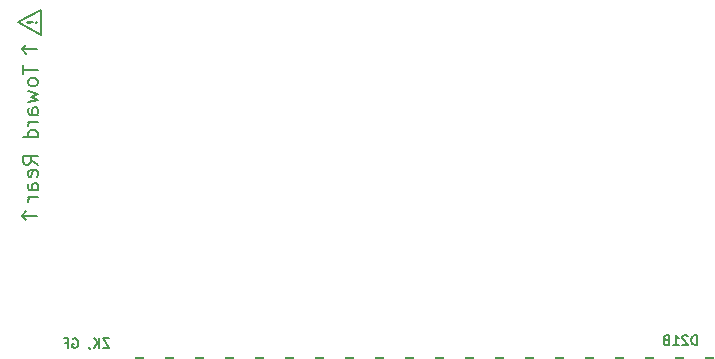
<source format=gbo>
G04 #@! TF.GenerationSoftware,KiCad,Pcbnew,7.0.1-0*
G04 #@! TF.CreationDate,2023-11-03T04:24:25-04:00*
G04 #@! TF.ProjectId,RAM2GS,52414d32-4753-42e6-9b69-6361645f7063,2.1*
G04 #@! TF.SameCoordinates,Original*
G04 #@! TF.FileFunction,Legend,Bot*
G04 #@! TF.FilePolarity,Positive*
%FSLAX46Y46*%
G04 Gerber Fmt 4.6, Leading zero omitted, Abs format (unit mm)*
G04 Created by KiCad (PCBNEW 7.0.1-0) date 2023-11-03 04:24:25*
%MOMM*%
%LPD*%
G01*
G04 APERTURE LIST*
G04 Aperture macros list*
%AMRoundRect*
0 Rectangle with rounded corners*
0 $1 Rounding radius*
0 $2 $3 $4 $5 $6 $7 $8 $9 X,Y pos of 4 corners*
0 Add a 4 corners polygon primitive as box body*
4,1,4,$2,$3,$4,$5,$6,$7,$8,$9,$2,$3,0*
0 Add four circle primitives for the rounded corners*
1,1,$1+$1,$2,$3*
1,1,$1+$1,$4,$5*
1,1,$1+$1,$6,$7*
1,1,$1+$1,$8,$9*
0 Add four rect primitives between the rounded corners*
20,1,$1+$1,$2,$3,$4,$5,0*
20,1,$1+$1,$4,$5,$6,$7,0*
20,1,$1+$1,$6,$7,$8,$9,0*
20,1,$1+$1,$8,$9,$2,$3,0*%
G04 Aperture macros list end*
%ADD10C,0.200000*%
%ADD11C,0.203200*%
%ADD12C,0.190500*%
%ADD13C,0.000000*%
%ADD14RoundRect,0.457200X-0.381000X-3.289000X0.381000X-3.289000X0.381000X3.289000X-0.381000X3.289000X0*%
%ADD15C,2.152400*%
%ADD16C,2.527300*%
%ADD17C,1.143000*%
%ADD18C,1.448000*%
G04 APERTURE END LIST*
D10*
X48895000Y-119634000D02*
X47625000Y-119634000D01*
X47625000Y-119634000D02*
X48006000Y-120015000D01*
X47625000Y-119634000D02*
X48006000Y-119253000D01*
X47625000Y-105537000D02*
X48006000Y-105918000D01*
X47625000Y-105537000D02*
X48006000Y-105156000D01*
X48895000Y-105537000D02*
X47625000Y-105537000D01*
X49212500Y-104330500D02*
X47307500Y-103251000D01*
X47307500Y-103251000D02*
X49212500Y-102171500D01*
X49212500Y-102171500D02*
X49212500Y-104330500D01*
X47704526Y-106873524D02*
X47704526Y-107599238D01*
X48974526Y-107236381D02*
X47704526Y-107236381D01*
X48974526Y-108204000D02*
X48914050Y-108083048D01*
X48914050Y-108083048D02*
X48853573Y-108022571D01*
X48853573Y-108022571D02*
X48732621Y-107962095D01*
X48732621Y-107962095D02*
X48369764Y-107962095D01*
X48369764Y-107962095D02*
X48248811Y-108022571D01*
X48248811Y-108022571D02*
X48188335Y-108083048D01*
X48188335Y-108083048D02*
X48127859Y-108204000D01*
X48127859Y-108204000D02*
X48127859Y-108385429D01*
X48127859Y-108385429D02*
X48188335Y-108506381D01*
X48188335Y-108506381D02*
X48248811Y-108566857D01*
X48248811Y-108566857D02*
X48369764Y-108627333D01*
X48369764Y-108627333D02*
X48732621Y-108627333D01*
X48732621Y-108627333D02*
X48853573Y-108566857D01*
X48853573Y-108566857D02*
X48914050Y-108506381D01*
X48914050Y-108506381D02*
X48974526Y-108385429D01*
X48974526Y-108385429D02*
X48974526Y-108204000D01*
X48127859Y-109050667D02*
X48974526Y-109292572D01*
X48974526Y-109292572D02*
X48369764Y-109534477D01*
X48369764Y-109534477D02*
X48974526Y-109776381D01*
X48974526Y-109776381D02*
X48127859Y-110018286D01*
X48974526Y-111046381D02*
X48309288Y-111046381D01*
X48309288Y-111046381D02*
X48188335Y-110985905D01*
X48188335Y-110985905D02*
X48127859Y-110864953D01*
X48127859Y-110864953D02*
X48127859Y-110623048D01*
X48127859Y-110623048D02*
X48188335Y-110502095D01*
X48914050Y-111046381D02*
X48974526Y-110925429D01*
X48974526Y-110925429D02*
X48974526Y-110623048D01*
X48974526Y-110623048D02*
X48914050Y-110502095D01*
X48914050Y-110502095D02*
X48793097Y-110441619D01*
X48793097Y-110441619D02*
X48672145Y-110441619D01*
X48672145Y-110441619D02*
X48551192Y-110502095D01*
X48551192Y-110502095D02*
X48490716Y-110623048D01*
X48490716Y-110623048D02*
X48490716Y-110925429D01*
X48490716Y-110925429D02*
X48430240Y-111046381D01*
X48974526Y-111651143D02*
X48127859Y-111651143D01*
X48369764Y-111651143D02*
X48248811Y-111711620D01*
X48248811Y-111711620D02*
X48188335Y-111772096D01*
X48188335Y-111772096D02*
X48127859Y-111893048D01*
X48127859Y-111893048D02*
X48127859Y-112014001D01*
X48974526Y-112981619D02*
X47704526Y-112981619D01*
X48914050Y-112981619D02*
X48974526Y-112860667D01*
X48974526Y-112860667D02*
X48974526Y-112618762D01*
X48974526Y-112618762D02*
X48914050Y-112497810D01*
X48914050Y-112497810D02*
X48853573Y-112437333D01*
X48853573Y-112437333D02*
X48732621Y-112376857D01*
X48732621Y-112376857D02*
X48369764Y-112376857D01*
X48369764Y-112376857D02*
X48248811Y-112437333D01*
X48248811Y-112437333D02*
X48188335Y-112497810D01*
X48188335Y-112497810D02*
X48127859Y-112618762D01*
X48127859Y-112618762D02*
X48127859Y-112860667D01*
X48127859Y-112860667D02*
X48188335Y-112981619D01*
X48974526Y-115279715D02*
X48369764Y-114856381D01*
X48974526Y-114554000D02*
X47704526Y-114554000D01*
X47704526Y-114554000D02*
X47704526Y-115037810D01*
X47704526Y-115037810D02*
X47765002Y-115158762D01*
X47765002Y-115158762D02*
X47825478Y-115219239D01*
X47825478Y-115219239D02*
X47946430Y-115279715D01*
X47946430Y-115279715D02*
X48127859Y-115279715D01*
X48127859Y-115279715D02*
X48248811Y-115219239D01*
X48248811Y-115219239D02*
X48309288Y-115158762D01*
X48309288Y-115158762D02*
X48369764Y-115037810D01*
X48369764Y-115037810D02*
X48369764Y-114554000D01*
X48914050Y-116307810D02*
X48974526Y-116186858D01*
X48974526Y-116186858D02*
X48974526Y-115944953D01*
X48974526Y-115944953D02*
X48914050Y-115824000D01*
X48914050Y-115824000D02*
X48793097Y-115763524D01*
X48793097Y-115763524D02*
X48309288Y-115763524D01*
X48309288Y-115763524D02*
X48188335Y-115824000D01*
X48188335Y-115824000D02*
X48127859Y-115944953D01*
X48127859Y-115944953D02*
X48127859Y-116186858D01*
X48127859Y-116186858D02*
X48188335Y-116307810D01*
X48188335Y-116307810D02*
X48309288Y-116368286D01*
X48309288Y-116368286D02*
X48430240Y-116368286D01*
X48430240Y-116368286D02*
X48551192Y-115763524D01*
X48974526Y-117456857D02*
X48309288Y-117456857D01*
X48309288Y-117456857D02*
X48188335Y-117396381D01*
X48188335Y-117396381D02*
X48127859Y-117275429D01*
X48127859Y-117275429D02*
X48127859Y-117033524D01*
X48127859Y-117033524D02*
X48188335Y-116912571D01*
X48914050Y-117456857D02*
X48974526Y-117335905D01*
X48974526Y-117335905D02*
X48974526Y-117033524D01*
X48974526Y-117033524D02*
X48914050Y-116912571D01*
X48914050Y-116912571D02*
X48793097Y-116852095D01*
X48793097Y-116852095D02*
X48672145Y-116852095D01*
X48672145Y-116852095D02*
X48551192Y-116912571D01*
X48551192Y-116912571D02*
X48490716Y-117033524D01*
X48490716Y-117033524D02*
X48490716Y-117335905D01*
X48490716Y-117335905D02*
X48430240Y-117456857D01*
X48974526Y-118061619D02*
X48127859Y-118061619D01*
X48369764Y-118061619D02*
X48248811Y-118122096D01*
X48248811Y-118122096D02*
X48188335Y-118182572D01*
X48188335Y-118182572D02*
X48127859Y-118303524D01*
X48127859Y-118303524D02*
X48127859Y-118424477D01*
D11*
X55021237Y-129992216D02*
X54479371Y-129992216D01*
X54479371Y-129992216D02*
X55021237Y-130805016D01*
X55021237Y-130805016D02*
X54479371Y-130805016D01*
X54169733Y-130805016D02*
X54169733Y-129992216D01*
X53705276Y-130805016D02*
X54053618Y-130340559D01*
X53705276Y-129992216D02*
X54169733Y-130456673D01*
X53318228Y-130766312D02*
X53318228Y-130805016D01*
X53318228Y-130805016D02*
X53356933Y-130882426D01*
X53356933Y-130882426D02*
X53395637Y-130921131D01*
X51924856Y-130030921D02*
X52002266Y-129992216D01*
X52002266Y-129992216D02*
X52118380Y-129992216D01*
X52118380Y-129992216D02*
X52234494Y-130030921D01*
X52234494Y-130030921D02*
X52311904Y-130108331D01*
X52311904Y-130108331D02*
X52350609Y-130185740D01*
X52350609Y-130185740D02*
X52389313Y-130340559D01*
X52389313Y-130340559D02*
X52389313Y-130456673D01*
X52389313Y-130456673D02*
X52350609Y-130611492D01*
X52350609Y-130611492D02*
X52311904Y-130688902D01*
X52311904Y-130688902D02*
X52234494Y-130766312D01*
X52234494Y-130766312D02*
X52118380Y-130805016D01*
X52118380Y-130805016D02*
X52040971Y-130805016D01*
X52040971Y-130805016D02*
X51924856Y-130766312D01*
X51924856Y-130766312D02*
X51886152Y-130727607D01*
X51886152Y-130727607D02*
X51886152Y-130456673D01*
X51886152Y-130456673D02*
X52040971Y-130456673D01*
X51266875Y-130379264D02*
X51537809Y-130379264D01*
X51537809Y-130805016D02*
X51537809Y-129992216D01*
X51537809Y-129992216D02*
X51150761Y-129992216D01*
X104771371Y-130551016D02*
X104771371Y-129738216D01*
X104771371Y-129738216D02*
X104577847Y-129738216D01*
X104577847Y-129738216D02*
X104461733Y-129776921D01*
X104461733Y-129776921D02*
X104384323Y-129854331D01*
X104384323Y-129854331D02*
X104345618Y-129931740D01*
X104345618Y-129931740D02*
X104306914Y-130086559D01*
X104306914Y-130086559D02*
X104306914Y-130202673D01*
X104306914Y-130202673D02*
X104345618Y-130357492D01*
X104345618Y-130357492D02*
X104384323Y-130434902D01*
X104384323Y-130434902D02*
X104461733Y-130512312D01*
X104461733Y-130512312D02*
X104577847Y-130551016D01*
X104577847Y-130551016D02*
X104771371Y-130551016D01*
X103997275Y-129815626D02*
X103958571Y-129776921D01*
X103958571Y-129776921D02*
X103881161Y-129738216D01*
X103881161Y-129738216D02*
X103687637Y-129738216D01*
X103687637Y-129738216D02*
X103610228Y-129776921D01*
X103610228Y-129776921D02*
X103571523Y-129815626D01*
X103571523Y-129815626D02*
X103532818Y-129893035D01*
X103532818Y-129893035D02*
X103532818Y-129970445D01*
X103532818Y-129970445D02*
X103571523Y-130086559D01*
X103571523Y-130086559D02*
X104035980Y-130551016D01*
X104035980Y-130551016D02*
X103532818Y-130551016D01*
X102758723Y-130551016D02*
X103223180Y-130551016D01*
X102990952Y-130551016D02*
X102990952Y-129738216D01*
X102990952Y-129738216D02*
X103068361Y-129854331D01*
X103068361Y-129854331D02*
X103145771Y-129931740D01*
X103145771Y-129931740D02*
X103223180Y-129970445D01*
X102139447Y-130125264D02*
X102023333Y-130163969D01*
X102023333Y-130163969D02*
X101984628Y-130202673D01*
X101984628Y-130202673D02*
X101945924Y-130280083D01*
X101945924Y-130280083D02*
X101945924Y-130396197D01*
X101945924Y-130396197D02*
X101984628Y-130473607D01*
X101984628Y-130473607D02*
X102023333Y-130512312D01*
X102023333Y-130512312D02*
X102100743Y-130551016D01*
X102100743Y-130551016D02*
X102410381Y-130551016D01*
X102410381Y-130551016D02*
X102410381Y-129738216D01*
X102410381Y-129738216D02*
X102139447Y-129738216D01*
X102139447Y-129738216D02*
X102062038Y-129776921D01*
X102062038Y-129776921D02*
X102023333Y-129815626D01*
X102023333Y-129815626D02*
X101984628Y-129893035D01*
X101984628Y-129893035D02*
X101984628Y-129970445D01*
X101984628Y-129970445D02*
X102023333Y-130047854D01*
X102023333Y-130047854D02*
X102062038Y-130086559D01*
X102062038Y-130086559D02*
X102139447Y-130125264D01*
X102139447Y-130125264D02*
X102410381Y-130125264D01*
D12*
X48812607Y-103250999D02*
X48851312Y-103289704D01*
X48851312Y-103289704D02*
X48890016Y-103250999D01*
X48890016Y-103250999D02*
X48851312Y-103212295D01*
X48851312Y-103212295D02*
X48812607Y-103250999D01*
X48812607Y-103250999D02*
X48890016Y-103250999D01*
X48580378Y-103250999D02*
X48115921Y-103212295D01*
X48115921Y-103212295D02*
X48077216Y-103250999D01*
X48077216Y-103250999D02*
X48115921Y-103289704D01*
X48115921Y-103289704D02*
X48580378Y-103250999D01*
X48580378Y-103250999D02*
X48077216Y-103250999D01*
%LPC*%
D13*
G36*
X113538000Y-139446000D02*
G01*
X113030000Y-139954000D01*
X55626000Y-139954000D01*
X55118000Y-139446000D01*
X55118000Y-132080000D01*
X113538000Y-132080000D01*
X113538000Y-139446000D01*
G37*
D14*
X110998000Y-135282000D03*
X108458000Y-135282000D03*
X105918000Y-135282000D03*
X103378000Y-135282000D03*
X100838000Y-135282000D03*
X98298000Y-135282000D03*
X95758000Y-135282000D03*
X93218000Y-135282000D03*
X90678000Y-135282000D03*
X88138000Y-135282000D03*
X85598000Y-135282000D03*
X83058000Y-135282000D03*
X80518000Y-135282000D03*
X77978000Y-135282000D03*
X75438000Y-135282000D03*
X72898000Y-135282000D03*
X70358000Y-135282000D03*
X67818000Y-135282000D03*
X65278000Y-135282000D03*
X62738000Y-135282000D03*
X60198000Y-135282000D03*
X57658000Y-135282000D03*
D15*
X110998000Y-130175000D03*
D16*
X102575974Y-96924872D03*
D17*
X100779923Y-98720923D03*
D16*
X98983872Y-100516974D03*
X106617090Y-100965987D03*
X103024987Y-104558090D03*
D17*
X106886497Y-103390656D03*
X105449656Y-104827497D03*
D18*
X48514000Y-93726000D03*
X102870000Y-93726000D03*
X48514000Y-129540000D03*
X111506000Y-115189000D03*
M02*

</source>
